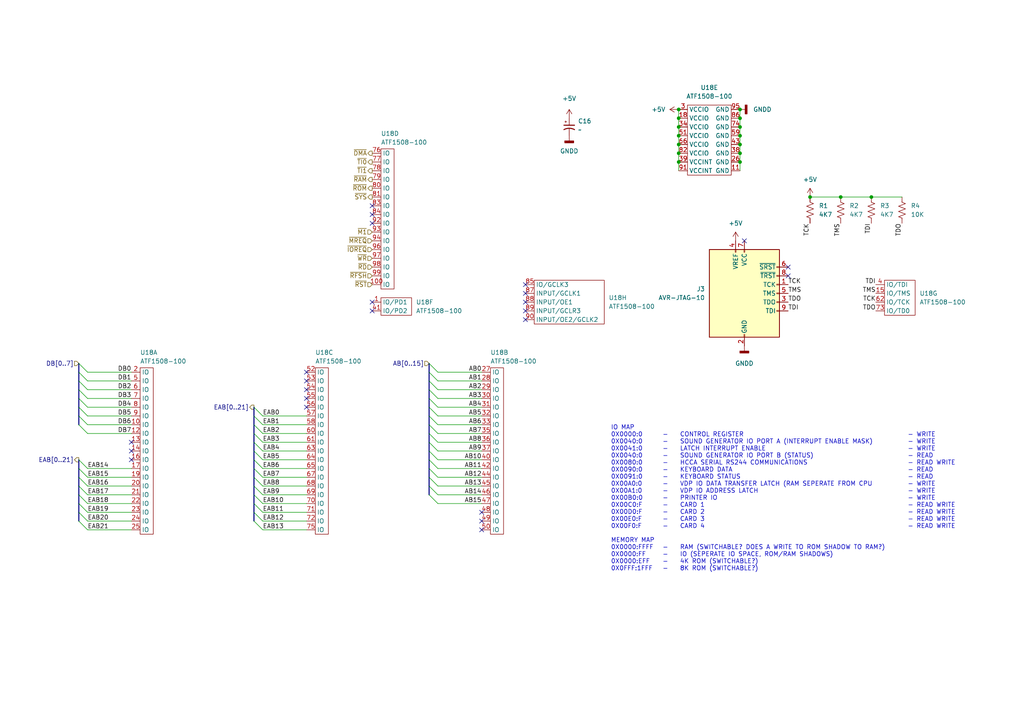
<source format=kicad_sch>
(kicad_sch (version 20211123) (generator eeschema)
  (paper "A4")
  (title_block (title "Z80 CPU INTERPOSER IO AND MEMORY ADDRESS DECODE") (date "2022-10-21") (rev "1030211022") (company "LISTOFOPTIONS") (comment 2 "IO 0X00F0:8 - TIMERS") (comment 3 "IO 0X00F8:4 - DMA CHANNEL PORTS") (comment 4 "IO 0X00FC:4 - MAPPER PORTS"))
  (lib_symbols
    (symbol "ATF150x:ATF1508-100"
      (property "Reference" "U" (at 15.24 1.27 0))
      (property "Value" "ATF1508-100" (at 6.35 1.27 0))
      (symbol "ATF1508-100_1_1"
        (rectangle (start 0 0) (end 3.81 -48.26))
        (pin bidirectional line (at -2.54 -16.51 0) (length 2.54) (name "IO") (number "10"))
        (pin bidirectional line (at -2.54 -19.05 0) (length 2.54) (name "IO") (number "12"))
        (pin bidirectional line (at -2.54 -21.59 0) (length 2.54) (name "IO") (number "13"))
        (pin bidirectional line (at -2.54 -24.13 0) (length 2.54) (name "IO") (number "14"))
        (pin bidirectional line (at -2.54 -26.67 0) (length 2.54) (name "IO") (number "16"))
        (pin bidirectional line (at -2.54 -29.21 0) (length 2.54) (name "IO") (number "17"))
        (pin bidirectional line (at -2.54 -31.75 0) (length 2.54) (name "IO") (number "19"))
        (pin bidirectional line (at -2.54 -1.27 0) (length 2.54) (name "IO") (number "2"))
        (pin bidirectional line (at -2.54 -34.29 0) (length 2.54) (name "IO") (number "20"))
        (pin bidirectional line (at -2.54 -36.83 0) (length 2.54) (name "IO") (number "21"))
        (pin bidirectional line (at -2.54 -39.37 0) (length 2.54) (name "IO") (number "22"))
        (pin bidirectional line (at -2.54 -41.91 0) (length 2.54) (name "IO") (number "23"))
        (pin bidirectional line (at -2.54 -44.45 0) (length 2.54) (name "IO") (number "24"))
        (pin bidirectional line (at -2.54 -46.99 0) (length 2.54) (name "IO") (number "25"))
        (pin bidirectional line (at -2.54 -3.81 0) (length 2.54) (name "IO") (number "5"))
        (pin bidirectional line (at -2.54 -6.35 0) (length 2.54) (name "IO") (number "6"))
        (pin bidirectional line (at -2.54 -8.89 0) (length 2.54) (name "IO") (number "7"))
        (pin bidirectional line (at -2.54 -11.43 0) (length 2.54) (name "IO") (number "8"))
        (pin bidirectional line (at -2.54 -13.97 0) (length 2.54) (name "IO") (number "9"))
      )
      (symbol "ATF1508-100_2_1"
        (rectangle (start 0 0) (end 3.81 -48.26))
        (pin bidirectional line (at -2.54 -1.27 0) (length 2.54) (name "IO") (number "27"))
        (pin bidirectional line (at -2.54 -3.81 0) (length 2.54) (name "IO") (number "28"))
        (pin bidirectional line (at -2.54 -6.35 0) (length 2.54) (name "IO") (number "29"))
        (pin bidirectional line (at -2.54 -8.89 0) (length 2.54) (name "IO") (number "30"))
        (pin bidirectional line (at -2.54 -11.43 0) (length 2.54) (name "IO") (number "31"))
        (pin bidirectional line (at -2.54 -13.97 0) (length 2.54) (name "IO") (number "32"))
        (pin bidirectional line (at -2.54 -16.51 0) (length 2.54) (name "IO") (number "33"))
        (pin bidirectional line (at -2.54 -19.05 0) (length 2.54) (name "IO") (number "35"))
        (pin bidirectional line (at -2.54 -21.59 0) (length 2.54) (name "IO") (number "36"))
        (pin bidirectional line (at -2.54 -24.13 0) (length 2.54) (name "IO") (number "37"))
        (pin bidirectional line (at -2.54 -26.67 0) (length 2.54) (name "IO") (number "40"))
        (pin bidirectional line (at -2.54 -29.21 0) (length 2.54) (name "IO") (number "42"))
        (pin bidirectional line (at -2.54 -31.75 0) (length 2.54) (name "IO") (number "44"))
        (pin bidirectional line (at -2.54 -34.29 0) (length 2.54) (name "IO") (number "45"))
        (pin bidirectional line (at -2.54 -36.83 0) (length 2.54) (name "IO") (number "46"))
        (pin bidirectional line (at -2.54 -39.37 0) (length 2.54) (name "IO") (number "47"))
        (pin bidirectional line (at -2.54 -41.91 0) (length 2.54) (name "IO") (number "48"))
        (pin bidirectional line (at -2.54 -44.45 0) (length 2.54) (name "IO") (number "49"))
        (pin bidirectional line (at -2.54 -46.99 0) (length 2.54) (name "IO") (number "50"))
      )
      (symbol "ATF1508-100_3_1"
        (rectangle (start 0 0) (end 3.81 -48.26))
        (pin bidirectional line (at -2.54 -1.27 0) (length 2.54) (name "IO") (number "52"))
        (pin bidirectional line (at -2.54 -3.81 0) (length 2.54) (name "IO") (number "53"))
        (pin bidirectional line (at -2.54 -6.35 0) (length 2.54) (name "IO") (number "54"))
        (pin bidirectional line (at -2.54 -8.89 0) (length 2.54) (name "IO") (number "55"))
        (pin bidirectional line (at -2.54 -11.43 0) (length 2.54) (name "IO") (number "56"))
        (pin bidirectional line (at -2.54 -13.97 0) (length 2.54) (name "IO") (number "57"))
        (pin bidirectional line (at -2.54 -16.51 0) (length 2.54) (name "IO") (number "58"))
        (pin bidirectional line (at -2.54 -19.05 0) (length 2.54) (name "IO") (number "60"))
        (pin bidirectional line (at -2.54 -21.59 0) (length 2.54) (name "IO") (number "61"))
        (pin bidirectional line (at -2.54 -24.13 0) (length 2.54) (name "IO") (number "63"))
        (pin bidirectional line (at -2.54 -26.67 0) (length 2.54) (name "IO") (number "64"))
        (pin bidirectional line (at -2.54 -29.21 0) (length 2.54) (name "IO") (number "65"))
        (pin bidirectional line (at -2.54 -31.75 0) (length 2.54) (name "IO") (number "67"))
        (pin bidirectional line (at -2.54 -34.29 0) (length 2.54) (name "IO") (number "68"))
        (pin bidirectional line (at -2.54 -36.83 0) (length 2.54) (name "IO") (number "69"))
        (pin bidirectional line (at -2.54 -39.37 0) (length 2.54) (name "IO") (number "70"))
        (pin bidirectional line (at -2.54 -41.91 0) (length 2.54) (name "IO") (number "71"))
        (pin bidirectional line (at -2.54 -44.45 0) (length 2.54) (name "IO") (number "72"))
        (pin bidirectional line (at -2.54 -46.99 0) (length 2.54) (name "IO") (number "75"))
      )
      (symbol "ATF1508-100_4_1"
        (rectangle (start 0 0) (end 3.81 -40.64))
        (pin bidirectional line (at -2.54 -39.37 0) (length 2.54) (name "IO") (number "100"))
        (pin bidirectional line (at -2.54 -1.27 0) (length 2.54) (name "IO") (number "76"))
        (pin bidirectional line (at -2.54 -3.81 0) (length 2.54) (name "IO") (number "77"))
        (pin bidirectional line (at -2.54 -6.35 0) (length 2.54) (name "IO") (number "78"))
        (pin bidirectional line (at -2.54 -8.89 0) (length 2.54) (name "IO") (number "79"))
        (pin bidirectional line (at -2.54 -11.43 0) (length 2.54) (name "IO") (number "80"))
        (pin bidirectional line (at -2.54 -13.97 0) (length 2.54) (name "IO") (number "81"))
        (pin bidirectional line (at -2.54 -16.51 0) (length 2.54) (name "IO") (number "83"))
        (pin bidirectional line (at -2.54 -19.05 0) (length 2.54) (name "IO") (number "84"))
        (pin bidirectional line (at -2.54 -21.59 0) (length 2.54) (name "IO") (number "92"))
        (pin bidirectional line (at -2.54 -24.13 0) (length 2.54) (name "IO") (number "93"))
        (pin bidirectional line (at -2.54 -26.67 0) (length 2.54) (name "IO") (number "94"))
        (pin bidirectional line (at -2.54 -29.21 0) (length 2.54) (name "IO") (number "96"))
        (pin bidirectional line (at -2.54 -31.75 0) (length 2.54) (name "IO") (number "97"))
        (pin bidirectional line (at -2.54 -34.29 0) (length 2.54) (name "IO") (number "98"))
        (pin bidirectional line (at -2.54 -36.83 0) (length 2.54) (name "IO") (number "99"))
      )
      (symbol "ATF1508-100_5_1"
        (rectangle (start 0 -20.32) (end 12.7 0))
        (pin power_out line (at 15.24 -19.05 180) (length 2.54) (name "GND") (number "11"))
        (pin power_in line (at -2.54 -3.81 0) (length 2.54) (name "VCCIO") (number "18"))
        (pin power_out line (at 15.24 -16.51 180) (length 2.54) (name "GND") (number "26"))
        (pin power_in line (at -2.54 -1.27 0) (length 2.54) (name "VCCIO") (number "3"))
        (pin power_in line (at -2.54 -6.35 0) (length 2.54) (name "VCCIO") (number "34"))
        (pin power_out line (at 15.24 -13.97 180) (length 2.54) (name "GND") (number "38"))
        (pin power_in line (at -2.54 -16.51 0) (length 2.54) (name "VCCINT") (number "39"))
        (pin power_out line (at 15.24 -11.43 180) (length 2.54) (name "GND") (number "43"))
        (pin power_in line (at -2.54 -8.89 0) (length 2.54) (name "VCCIO") (number "51"))
        (pin power_out line (at 15.24 -8.89 180) (length 2.54) (name "GND") (number "59"))
        (pin power_in line (at -2.54 -11.43 0) (length 2.54) (name "VCCIO") (number "66"))
        (pin power_out line (at 15.24 -6.35 180) (length 2.54) (name "GND") (number "74"))
        (pin power_in line (at -2.54 -13.97 0) (length 2.54) (name "VCCIO") (number "82"))
        (pin power_out line (at 15.24 -3.81 180) (length 2.54) (name "GND") (number "86"))
        (pin power_in line (at -2.54 -19.05 0) (length 2.54) (name "VCCINT") (number "91"))
        (pin power_out line (at 15.24 -1.27 180) (length 2.54) (name "GND") (number "95"))
      )
      (symbol "ATF1508-100_6_1"
        (rectangle (start 0 0) (end 8.89 -5.08))
        (pin bidirectional line (at -2.54 -1.27 0) (length 2.54) (name "IO/PD1") (number "1"))
        (pin bidirectional line (at -2.54 -3.81 0) (length 2.54) (name "IO/PD2") (number "41"))
      )
      (symbol "ATF1508-100_7_1"
        (rectangle (start 0 0) (end 8.89 -10.16))
        (pin bidirectional line (at -2.54 -3.81 0) (length 2.54) (name "IO/TMS") (number "15"))
        (pin bidirectional line (at -2.54 -1.27 0) (length 2.54) (name "IO/TDI") (number "4"))
        (pin bidirectional line (at -2.54 -6.35 0) (length 2.54) (name "IO/TCK") (number "62"))
        (pin bidirectional line (at -2.54 -8.89 0) (length 2.54) (name "IO/TD0") (number "73"))
      )
      (symbol "ATF1508-100_8_1"
        (rectangle (start 0 0) (end 20.32 -12.7))
        (pin bidirectional line (at -2.54 -1.27 0) (length 2.54) (name "IO/GCLK3") (number "85"))
        (pin input line (at -2.54 -3.81 0) (length 2.54) (name "INPUT/GCLK1") (number "87"))
        (pin input line (at -2.54 -6.35 0) (length 2.54) (name "INPUT/OE1") (number "88"))
        (pin input line (at -2.54 -8.89 0) (length 2.54) (name "INPUT/GCLR3") (number "89"))
        (pin input line (at -2.54 -11.43 0) (length 2.54) (name "INPUT/OE2/GCLK2") (number "90"))
      )
    )
    (symbol "Connector:AVR-JTAG-10" (pin_names (offset 1.016))
      (property "Reference" "J" (at -8.89 13.97 0))
      (property "Value" "AVR-JTAG-10" (at 1.27 13.97 0))
      (symbol "AVR-JTAG-10_0_1"
        (rectangle (start -2.667 12.7) (end -2.413 11.938))
        (rectangle (start -0.127 -11.938) (end 0.127 -12.7))
        (rectangle (start -0.127 12.7) (end 0.127 11.938))
        (rectangle (start 10.16 -4.953) (end 9.398 -5.207))
        (rectangle (start 10.16 -2.413) (end 9.398 -2.667))
        (rectangle (start 10.16 0.127) (end 9.398 -0.127))
        (rectangle (start 10.16 2.667) (end 9.398 2.413))
        (rectangle (start 10.16 5.207) (end 9.398 4.953))
        (rectangle (start 10.16 7.747) (end 9.398 7.493))
        (rectangle (start 10.16 12.7) (end -10.16 -12.7) (stroke (width 0.254)) (fill (type background)))
      )
      (symbol "AVR-JTAG-10_1_1"
        (pin passive line (at 12.7 2.54 180) (length 2.54) (name "TCK") (number "1"))
        (pin passive line (at 0 -15.24 90) (length 2.54) hide (name "GND") (number "10"))
        (pin passive line (at 0 -15.24 90) (length 2.54) (name "GND") (number "2"))
        (pin passive line (at 12.7 -2.54 180) (length 2.54) (name "TDO") (number "3"))
        (pin passive line (at -2.54 15.24 270) (length 2.54) (name "VREF") (number "4"))
        (pin passive line (at 12.7 0 180) (length 2.54) (name "TMS") (number "5"))
        (pin passive line (at 12.7 7.62 180) (length 2.54) (name "~{SRST}") (number "6"))
        (pin passive line (at 0 15.24 270) (length 2.54) (name "VCC") (number "7"))
        (pin passive line (at 12.7 5.08 180) (length 2.54) (name "~{TRST}") (number "8"))
        (pin passive line (at 12.7 -5.08 180) (length 2.54) (name "TDI") (number "9"))
      )
    )
    (symbol "Device:C_Polarized_Small_US" (pin_numbers hide) (pin_names (offset 0.254) hide)
      (property "Reference" "C" (at 0.254 1.778 0))
      (property "Value" "C_Polarized_Small_US" (at 0.254 -2.032 0))
      (symbol "C_Polarized_Small_US_0_1"
        (polyline (pts (xy -1.524 0.508) (xy 1.524 0.508)) (stroke (width 0.3048)))
        (polyline (pts (xy -1.27 1.524) (xy -0.762 1.524)))
        (polyline (pts (xy -1.016 1.27) (xy -1.016 1.778)))
        (arc (start 1.524 -0.762) (mid 0 -0.3734) (end -1.524 -0.762) (stroke (width 0.3048)))
      )
      (symbol "C_Polarized_Small_US_1_1"
        (pin passive line (at 0 2.54 270) (length 2.032) (name "~") (number "1"))
        (pin passive line (at 0 -2.54 90) (length 2.032) (name "~") (number "2"))
      )
    )
    (symbol "Device:R_US" (pin_numbers hide) (pin_names (offset 0))
      (property "Reference" "R" (at 2.54 0 90))
      (property "Value" "R_US" (at -2.54 0 90))
      (symbol "R_US_0_1"
        (polyline (pts (xy 0 -2.286) (xy 0 -2.54)))
        (polyline (pts (xy 0 2.286) (xy 0 2.54)))
        (polyline (pts (xy 0 -0.762) (xy 1.016 -1.143) (xy 0 -1.524) (xy -1.016 -1.905) (xy 0 -2.286)))
        (polyline (pts (xy 0 0.762) (xy 1.016 0.381) (xy 0 0) (xy -1.016 -0.381) (xy 0 -0.762)))
        (polyline (pts (xy 0 2.286) (xy 1.016 1.905) (xy 0 1.524) (xy -1.016 1.143) (xy 0 0.762)))
      )
      (symbol "R_US_1_1"
        (pin passive line (at 0 3.81 270) (length 1.27) (name "~") (number "1"))
        (pin passive line (at 0 -3.81 90) (length 1.27) (name "~") (number "2"))
      )
    )
    (symbol "power:+5V" (power) (pin_names (offset 0))
      (property "Value" "+5V" (at 0 3.556 0))
      (symbol "+5V_0_1"
        (polyline (pts (xy -0.762 1.27) (xy 0 2.54)))
        (polyline (pts (xy 0 0) (xy 0 2.54)))
        (polyline (pts (xy 0 2.54) (xy 0.762 1.27)))
      )
      (symbol "+5V_1_1"
        (pin power_in line (at 0 0 90) (length 0) hide (name "+5V") (number "1"))
      )
    )
    (symbol "power:GNDD" (power) (pin_names (offset 0))
      (property "Value" "GNDD" (at 0 -3.175 0))
      (symbol "GNDD_0_1"
        (rectangle (start -1.27 -1.524) (end 1.27 -2.032) (stroke (width 0.254)) (fill (type outline)))
        (polyline (pts (xy 0 0) (xy 0 -1.524)))
      )
      (symbol "GNDD_1_1"
        (pin power_in line (at 0 0 270) (length 0) hide (name "GNDD") (number "1"))
      )
    )
  )
  (junction (at 196.85 31.75))
  (junction (at 214.63 44.45))
  (junction (at 196.85 44.45))
  (junction (at 214.63 39.37))
  (junction (at 234.95 57.15))
  (junction (at 214.63 46.99))
  (junction (at 243.84 57.15))
  (junction (at 196.85 34.29))
  (junction (at 196.85 36.83))
  (junction (at 214.63 31.75))
  (junction (at 214.63 41.91))
  (junction (at 196.85 39.37))
  (junction (at 252.73 57.15))
  (junction (at 214.63 34.29))
  (junction (at 214.63 36.83))
  (junction (at 196.85 46.99))
  (junction (at 196.85 41.91))
  (no_connect (at 152.4 92.71))
  (no_connect (at 228.6 77.47))
  (no_connect (at 88.9 110.49))
  (no_connect (at 107.95 64.77))
  (no_connect (at 88.9 115.57))
  (no_connect (at 228.6 80.01))
  (no_connect (at 152.4 87.63))
  (no_connect (at 38.1 133.35))
  (no_connect (at 38.1 130.81))
  (no_connect (at 139.7 151.13))
  (no_connect (at 88.9 118.11))
  (no_connect (at 88.9 107.95))
  (no_connect (at 152.4 85.09))
  (no_connect (at 215.9 69.85))
  (no_connect (at 152.4 90.17))
  (no_connect (at 107.95 59.69))
  (no_connect (at 139.7 148.59))
  (no_connect (at 107.95 62.23))
  (no_connect (at 38.1 128.27))
  (no_connect (at 139.7 153.67))
  (no_connect (at 88.9 113.03))
  (no_connect (at 107.95 87.63))
  (no_connect (at 107.95 90.17))
  (no_connect (at 152.4 82.55))
  (bus_entry (at 124.46 128.27) (size 2.54 2.54))
  (bus_entry (at 22.86 151.13) (size 2.54 2.54))
  (bus_entry (at 22.86 148.59) (size 2.54 2.54))
  (bus_entry (at 22.86 118.11) (size 2.54 2.54))
  (bus_entry (at 124.46 123.19) (size 2.54 2.54))
  (bus_entry (at 124.46 105.41) (size 2.54 2.54))
  (bus_entry (at 22.86 105.41) (size 2.54 2.54))
  (bus_entry (at 73.66 123.19) (size 2.54 2.54))
  (bus_entry (at 73.66 128.27) (size 2.54 2.54))
  (bus_entry (at 22.86 120.65) (size 2.54 2.54))
  (bus_entry (at 73.66 120.65) (size 2.54 2.54))
  (bus_entry (at 124.46 120.65) (size 2.54 2.54))
  (bus_entry (at 124.46 135.89) (size 2.54 2.54))
  (bus_entry (at 22.86 138.43) (size 2.54 2.54))
  (bus_entry (at 22.86 110.49) (size 2.54 2.54))
  (bus_entry (at 73.66 151.13) (size 2.54 2.54))
  (bus_entry (at 73.66 135.89) (size 2.54 2.54))
  (bus_entry (at 124.46 113.03) (size 2.54 2.54))
  (bus_entry (at 22.86 123.19) (size 2.54 2.54))
  (bus_entry (at 73.66 140.97) (size 2.54 2.54))
  (bus_entry (at 73.66 143.51) (size 2.54 2.54))
  (bus_entry (at 22.86 115.57) (size 2.54 2.54))
  (bus_entry (at 22.86 143.51) (size 2.54 2.54))
  (bus_entry (at 124.46 125.73) (size 2.54 2.54))
  (bus_entry (at 124.46 140.97) (size 2.54 2.54))
  (bus_entry (at 73.66 130.81) (size 2.54 2.54))
  (bus_entry (at 22.86 107.95) (size 2.54 2.54))
  (bus_entry (at 22.86 135.89) (size 2.54 2.54))
  (bus_entry (at 22.86 133.35) (size 2.54 2.54))
  (bus_entry (at 22.86 146.05) (size 2.54 2.54))
  (bus_entry (at 73.66 148.59) (size 2.54 2.54))
  (bus_entry (at 73.66 125.73) (size 2.54 2.54))
  (bus_entry (at 22.86 140.97) (size 2.54 2.54))
  (bus_entry (at 124.46 130.81) (size 2.54 2.54))
  (bus_entry (at 124.46 110.49) (size 2.54 2.54))
  (bus_entry (at 124.46 133.35) (size 2.54 2.54))
  (bus_entry (at 73.66 146.05) (size 2.54 2.54))
  (bus_entry (at 73.66 138.43) (size 2.54 2.54))
  (bus_entry (at 124.46 118.11) (size 2.54 2.54))
  (bus_entry (at 124.46 138.43) (size 2.54 2.54))
  (bus_entry (at 124.46 107.95) (size 2.54 2.54))
  (bus_entry (at 73.66 133.35) (size 2.54 2.54))
  (bus_entry (at 124.46 143.51) (size 2.54 2.54))
  (bus_entry (at 124.46 115.57) (size 2.54 2.54))
  (bus_entry (at 73.66 118.11) (size 2.54 2.54))
  (bus_entry (at 22.86 113.03) (size 2.54 2.54))
  (wire (pts (xy 38.1 120.65) (xy 25.4 120.65)))
  (bus (pts (xy 73.66 130.81) (xy 73.66 133.35)))
  (wire (pts (xy 196.85 34.29) (xy 196.85 36.83)))
  (wire (pts (xy 214.63 41.91) (xy 214.63 44.45)))
  (bus (pts (xy 22.86 148.59) (xy 22.86 151.13)))
  (bus (pts (xy 22.86 105.41) (xy 22.86 107.95)))
  (wire (pts (xy 38.1 123.19) (xy 25.4 123.19)))
  (bus (pts (xy 124.46 107.95) (xy 124.46 110.49)))
  (wire (pts (xy 38.1 115.57) (xy 25.4 115.57)))
  (wire (pts (xy 139.7 140.97) (xy 127 140.97)))
  (wire (pts (xy 196.85 36.83) (xy 196.85 39.37)))
  (wire (pts (xy 214.63 31.75) (xy 214.63 34.29)))
  (wire (pts (xy 88.9 120.65) (xy 76.2 120.65)))
  (wire (pts (xy 196.85 44.45) (xy 196.85 46.99)))
  (bus (pts (xy 22.86 118.11) (xy 22.86 120.65)))
  (wire (pts (xy 38.1 148.59) (xy 25.4 148.59)))
  (bus (pts (xy 73.66 118.11) (xy 73.66 120.65)))
  (wire (pts (xy 139.7 107.95) (xy 127 107.95)))
  (wire (pts (xy 243.84 57.15) (xy 252.73 57.15)))
  (bus (pts (xy 22.86 113.03) (xy 22.86 115.57)))
  (wire (pts (xy 139.7 120.65) (xy 127 120.65)))
  (wire (pts (xy 88.9 138.43) (xy 76.2 138.43)))
  (bus (pts (xy 73.66 140.97) (xy 73.66 143.51)))
  (wire (pts (xy 139.7 125.73) (xy 127 125.73)))
  (wire (pts (xy 139.7 143.51) (xy 127 143.51)))
  (wire (pts (xy 139.7 113.03) (xy 127 113.03)))
  (bus (pts (xy 124.46 140.97) (xy 124.46 143.51)))
  (wire (pts (xy 88.9 146.05) (xy 76.2 146.05)))
  (wire (pts (xy 88.9 128.27) (xy 76.2 128.27)))
  (bus (pts (xy 22.86 140.97) (xy 22.86 143.51)))
  (wire (pts (xy 38.1 151.13) (xy 25.4 151.13)))
  (wire (pts (xy 38.1 135.89) (xy 25.4 135.89)))
  (wire (pts (xy 214.63 34.29) (xy 214.63 36.83)))
  (bus (pts (xy 124.46 118.11) (xy 124.46 120.65)))
  (bus (pts (xy 124.46 128.27) (xy 124.46 130.81)))
  (bus (pts (xy 124.46 105.41) (xy 124.46 107.95)))
  (wire (pts (xy 196.85 46.99) (xy 196.85 49.53)))
  (bus (pts (xy 124.46 115.57) (xy 124.46 118.11)))
  (wire (pts (xy 38.1 153.67) (xy 25.4 153.67)))
  (wire (pts (xy 38.1 110.49) (xy 25.4 110.49)))
  (bus (pts (xy 73.66 148.59) (xy 73.66 151.13)))
  (wire (pts (xy 88.9 153.67) (xy 76.2 153.67)))
  (wire (pts (xy 88.9 140.97) (xy 76.2 140.97)))
  (wire (pts (xy 88.9 125.73) (xy 76.2 125.73)))
  (bus (pts (xy 73.66 146.05) (xy 73.66 148.59)))
  (bus (pts (xy 22.86 135.89) (xy 22.86 138.43)))
  (wire (pts (xy 214.63 36.83) (xy 214.63 39.37)))
  (bus (pts (xy 22.86 115.57) (xy 22.86 118.11)))
  (bus (pts (xy 124.46 135.89) (xy 124.46 138.43)))
  (bus (pts (xy 124.46 125.73) (xy 124.46 128.27)))
  (bus (pts (xy 73.66 123.19) (xy 73.66 125.73)))
  (wire (pts (xy 38.1 146.05) (xy 25.4 146.05)))
  (wire (pts (xy 196.85 31.75) (xy 196.85 34.29)))
  (bus (pts (xy 22.86 110.49) (xy 22.86 113.03)))
  (wire (pts (xy 139.7 118.11) (xy 127 118.11)))
  (wire (pts (xy 196.85 39.37) (xy 196.85 41.91)))
  (wire (pts (xy 88.9 130.81) (xy 76.2 130.81)))
  (wire (pts (xy 88.9 148.59) (xy 76.2 148.59)))
  (bus (pts (xy 73.66 138.43) (xy 73.66 140.97)))
  (bus (pts (xy 124.46 133.35) (xy 124.46 135.89)))
  (bus (pts (xy 124.46 138.43) (xy 124.46 140.97)))
  (bus (pts (xy 22.86 107.95) (xy 22.86 110.49)))
  (bus (pts (xy 73.66 133.35) (xy 73.66 135.89)))
  (bus (pts (xy 73.66 143.51) (xy 73.66 146.05)))
  (wire (pts (xy 38.1 118.11) (xy 25.4 118.11)))
  (bus (pts (xy 124.46 130.81) (xy 124.46 133.35)))
  (wire (pts (xy 196.85 41.91) (xy 196.85 44.45)))
  (wire (pts (xy 139.7 110.49) (xy 127 110.49)))
  (bus (pts (xy 73.66 125.73) (xy 73.66 128.27)))
  (wire (pts (xy 88.9 135.89) (xy 76.2 135.89)))
  (bus (pts (xy 73.66 128.27) (xy 73.66 130.81)))
  (bus (pts (xy 73.66 135.89) (xy 73.66 138.43)))
  (wire (pts (xy 252.73 57.15) (xy 261.62 57.15)))
  (wire (pts (xy 88.9 151.13) (xy 76.2 151.13)))
  (wire (pts (xy 139.7 130.81) (xy 127 130.81)))
  (wire (pts (xy 38.1 138.43) (xy 25.4 138.43)))
  (bus (pts (xy 22.86 143.51) (xy 22.86 146.05)))
  (wire (pts (xy 139.7 146.05) (xy 127 146.05)))
  (wire (pts (xy 88.9 133.35) (xy 76.2 133.35)))
  (wire (pts (xy 38.1 140.97) (xy 25.4 140.97)))
  (wire (pts (xy 139.7 115.57) (xy 127 115.57)))
  (wire (pts (xy 214.63 39.37) (xy 214.63 41.91)))
  (wire (pts (xy 214.63 46.99) (xy 214.63 49.53)))
  (wire (pts (xy 139.7 135.89) (xy 127 135.89)))
  (bus (pts (xy 124.46 123.19) (xy 124.46 125.73)))
  (wire (pts (xy 38.1 113.03) (xy 25.4 113.03)))
  (bus (pts (xy 124.46 110.49) (xy 124.46 113.03)))
  (wire (pts (xy 38.1 107.95) (xy 25.4 107.95)))
  (wire (pts (xy 139.7 133.35) (xy 127 133.35)))
  (wire (pts (xy 88.9 143.51) (xy 76.2 143.51)))
  (bus (pts (xy 124.46 120.65) (xy 124.46 123.19)))
  (wire (pts (xy 38.1 125.73) (xy 25.4 125.73)))
  (wire (pts (xy 139.7 138.43) (xy 127 138.43)))
  (bus (pts (xy 22.86 146.05) (xy 22.86 148.59)))
  (wire (pts (xy 214.63 44.45) (xy 214.63 46.99)))
  (bus (pts (xy 22.86 133.35) (xy 22.86 135.89)))
  (wire (pts (xy 139.7 128.27) (xy 127 128.27)))
  (bus (pts (xy 22.86 138.43) (xy 22.86 140.97)))
  (wire (pts (xy 139.7 123.19) (xy 127 123.19)))
  (bus (pts (xy 124.46 113.03) (xy 124.46 115.57)))
  (wire (pts (xy 234.95 57.15) (xy 243.84 57.15)))
  (wire (pts (xy 38.1 143.51) (xy 25.4 143.51)))
  (bus (pts (xy 73.66 120.65) (xy 73.66 123.19)))
  (wire (pts (xy 88.9 123.19) (xy 76.2 123.19)))
  (bus (pts (xy 22.86 120.65) (xy 22.86 123.19)))
  (text "IO MAP\n0X0000:0	-	CONTROL REGISTER									- WRITE \n0X0040:0	-	SOUND GENERATOR IO PORT A (INTERRUPT ENABLE MASK)	- WRITE\n0X0041:0	-	LATCH INTERRUPT ENABLE								- WRITE\n0X0040:0	-	SOUND GENERATOR IO PORT B (STATUS)					- READ\n0X0080:0	-	HCCA SERIAL RS244 COMMUNICATIONS					- READ WRITE\n0X0090:0	-	KEYBOARD DATA										- READ\n0X0091:0	-	KEYBOARD STATUS										- READ\n0X00A0:0	-	VDP IO DATA TRANSFER LATCH (RAM SEPERATE FROM CPU	- WRITE\n0X00A1:0	-	VDP IO ADDRESS LATCH								- WRITE\n0X00B0:0	-	PRINTER IO											- WRITE\n0X00C0:F	-	CARD 1												- READ WRITE\n0X00D0:F	-	CARD 2												- READ WRITE\n0X00E0:F	-	CARD 3												- READ WRITE\n0X00F0:F	-	CARD 4 												- READ WRITE\n\nMEMORY MAP\n0X0000:FFFF	-	RAM (SWITCHABLE? DOES A WRITE TO ROM SHADOW TO RAM?)\n0X0000:FF	-	IO (SEPERATE IO SPACE, ROM/RAM SHADOWS)\n0X0000:EFF	-	4K ROM (SWITCHABLE?)\n0X0FFF:1FFF	-	8K ROM (SWITCHABLE?)" (at 177.165 165.735 0) (effects (font (size 1.27 1.27)) (justify left bottom)))
  (label "EAB10" (at 76.2 146.05 0))
  (label "TDI" (at 252.73 64.77 270))
  (label "AB2" (at 139.7 113.03 180))
  (label "DB1" (at 38.1 110.49 180))
  (label "DB3" (at 38.1 115.57 180))
  (label "EAB21" (at 25.4 153.67 0))
  (label "TDO" (at 254 90.17 180))
  (label "AB14" (at 139.7 143.51 180))
  (label "EAB16" (at 25.4 140.97 0))
  (label "AB4" (at 139.7 118.11 180))
  (label "AB1" (at 139.7 110.49 180))
  (label "TMS" (at 243.84 64.77 270))
  (label "DB5" (at 38.1 120.65 180))
  (label "EAB2" (at 76.2 125.73 0))
  (label "AB13" (at 139.7 140.97 180))
  (label "DB0" (at 38.1 107.95 180))
  (label "DB4" (at 38.1 118.11 180))
  (label "TCK" (at 228.6 82.55 0))
  (label "EAB0" (at 76.2 120.65 0))
  (label "EAB17" (at 25.4 143.51 0))
  (label "AB5" (at 139.7 120.65 180))
  (label "EAB4" (at 76.2 130.81 0))
  (label "TDI" (at 254 82.55 180))
  (label "DB2" (at 38.1 113.03 180))
  (label "EAB12" (at 76.2 151.13 0))
  (label "DB6" (at 38.1 123.19 180))
  (label "AB3" (at 139.7 115.57 180))
  (label "AB10" (at 139.7 133.35 180))
  (label "DB7" (at 38.1 125.73 180))
  (label "EAB3" (at 76.2 128.27 0))
  (label "EAB9" (at 76.2 143.51 0))
  (label "EAB18" (at 25.4 146.05 0))
  (label "EAB19" (at 25.4 148.59 0))
  (label "EAB5" (at 76.2 133.35 0))
  (label "AB6" (at 139.7 123.19 180))
  (label "TMS" (at 228.6 85.09 0))
  (label "AB9" (at 139.7 130.81 180))
  (label "EAB15" (at 25.4 138.43 0))
  (label "TDI" (at 228.6 90.17 0))
  (label "AB11" (at 139.7 135.89 180))
  (label "TCK" (at 234.95 64.77 270))
  (label "EAB6" (at 76.2 135.89 0))
  (label "EAB8" (at 76.2 140.97 0))
  (label "AB15" (at 139.7 146.05 180))
  (label "EAB11" (at 76.2 148.59 0))
  (label "EAB7" (at 76.2 138.43 0))
  (label "TMS" (at 254 85.09 180))
  (label "TCK" (at 254 87.63 180))
  (label "TDO" (at 261.62 64.77 270))
  (label "TDO" (at 228.6 87.63 0))
  (label "AB0" (at 139.7 107.95 180))
  (label "EAB14" (at 25.4 135.89 0))
  (label "AB7" (at 139.7 125.73 180))
  (label "AB12" (at 139.7 138.43 180))
  (label "EAB13" (at 76.2 153.67 0))
  (label "EAB20" (at 25.4 151.13 0))
  (label "AB8" (at 139.7 128.27 180))
  (label "EAB1" (at 76.2 123.19 0))
  (hierarchical_label "~{SYS}" (shape output) (at 107.95 57.15 180))
  (hierarchical_label "AB[0..15]" (shape input) (at 124.46 105.41 180))
  (hierarchical_label "~{IOREQ}" (shape input) (at 107.95 72.39 180))
  (hierarchical_label "~{RAM}" (shape output) (at 107.95 52.07 180))
  (hierarchical_label "EAB[0..21]" (shape output) (at 22.86 133.35 180))
  (hierarchical_label "~{ROM}" (shape output) (at 107.95 54.61 180))
  (hierarchical_label "EAB[0..21]" (shape output) (at 73.66 118.11 180))
  (hierarchical_label "~{WR}" (shape input) (at 107.95 74.93 180))
  (hierarchical_label "~{TI1}" (shape output) (at 107.95 49.53 180))
  (hierarchical_label "~{RD}" (shape input) (at 107.95 77.47 180))
  (hierarchical_label "~{RFSH}" (shape input) (at 107.95 80.01 180))
  (hierarchical_label "~{RST}" (shape input) (at 107.95 82.55 180))
  (hierarchical_label "~{M1}" (shape input) (at 107.95 67.31 180))
  (hierarchical_label "~{TI0}" (shape output) (at 107.95 46.99 180))
  (hierarchical_label "~{MREQ}" (shape input) (at 107.95 69.85 180))
  (hierarchical_label "~{DMA}" (shape output) (at 107.95 44.45 180))
  (hierarchical_label "DB[0..7]" (shape input) (at 22.86 105.41 180))
  (symbol (lib_id "Device:C_Polarized_Small_US") (at 165.1 36.83 0) (unit 1)
    (property "Reference" "C16" (at 167.64 35.1281 0) (effects (justify left)))
    (property "Value" "~" (at 167.64 37.6681 0) (effects (justify left)))
    (property "Footprint" "Capacitor_Tantalum_SMD:CP_EIA-3528-15_AVX-H" (effects hide))
  )
  (symbol (lib_id "power:+5V") (at 234.95 57.15 0) (unit 1)
    (property "Reference" "#PWR0100" (effects hide))
    (property "Value" "+5V" (at 234.95 52.07 0))
  )
  (symbol (lib_id "Device:R_US") (at 252.73 60.96 0) (unit 1)
    (property "Reference" "R3" (at 255.27 59.6899 0) (effects (justify left)))
    (property "Value" "4K7" (at 255.27 62.2299 0) (effects (justify left)))
    (property "Footprint" "Resistor_SMD:R_0603_1608Metric" (effects hide))
  )
  (symbol (lib_id "ATF150x:ATF1508-100") (at 199.39 30.48 0) (unit 5)
    (property "Reference" "U18" (at 205.74 25.4 0))
    (property "Value" "ATF1508-100" (at 205.74 27.94 0))
    (property "Footprint" "Package_QFP:TQFP-144_16x16mm_P0.4mm" (effects hide))
  )
  (symbol (lib_id "ATF150x:ATF1508-100") (at 142.24 106.68 0) (unit 2)
    (property "Reference" "U18" (at 142.24 102.235 0) (effects (justify left)))
    (property "Value" "ATF1508-100" (at 142.24 104.775 0) (effects (justify left)))
    (property "Footprint" "Package_QFP:TQFP-144_16x16mm_P0.4mm" (effects hide))
  )
  (symbol (lib_id "ATF150x:ATF1508-100") (at 154.94 81.28 0) (unit 8)
    (property "Reference" "U18" (at 176.53 86.3599 0) (effects (justify left)))
    (property "Value" "ATF1508-100" (at 176.53 88.8999 0) (effects (justify left)))
    (property "Footprint" "Package_QFP:TQFP-144_16x16mm_P0.4mm" (effects hide))
  )
  (symbol (lib_id "ATF150x:ATF1508-100") (at 256.54 81.28 0) (unit 7)
    (property "Reference" "U18" (at 266.7 85.0899 0) (effects (justify left)))
    (property "Value" "ATF1508-100" (at 266.7 87.6299 0) (effects (justify left)))
    (property "Footprint" "Package_QFP:TQFP-144_16x16mm_P0.4mm" (effects hide))
  )
  (symbol (lib_id "Device:R_US") (at 234.95 60.96 0) (unit 1)
    (property "Reference" "R1" (at 237.49 59.6899 0) (effects (justify left)))
    (property "Value" "4K7" (at 237.49 62.2299 0) (effects (justify left)))
    (property "Footprint" "Resistor_SMD:R_0603_1608Metric" (effects hide))
  )
  (symbol (lib_id "power:+5V") (at 165.1 34.29 0) (unit 1)
    (property "Reference" "#PWR094" (effects hide))
    (property "Value" "+5V" (at 165.1 28.575 0))
  )
  (symbol (lib_id "power:GNDD") (at 215.9 100.33 0) (unit 1)
    (property "Reference" "#PWR099" (effects hide))
    (property "Value" "GNDD" (at 215.9 105.41 0))
  )
  (symbol (lib_id "Connector:AVR-JTAG-10") (at 215.9 85.09 0) (unit 1)
    (property "Reference" "J3" (at 204.47 83.8199 0) (effects (justify right)))
    (property "Value" "AVR-JTAG-10" (at 204.47 86.3599 0) (effects (justify right)))
    (property "Footprint" "Connector_IDC:IDC-Header_2x05_P2.54mm_Horizontal" (effects hide))
    (property "Datasheet" " ~" (effects hide))
  )
  (symbol (lib_id "power:GNDD") (at 165.1 39.37 0) (unit 1)
    (property "Reference" "#PWR095" (effects hide))
    (property "Value" "GNDD" (at 165.1 43.815 0))
  )
  (symbol (lib_id "power:+5V") (at 213.36 69.85 0) (unit 1)
    (property "Reference" "#PWR097" (effects hide))
    (property "Value" "+5V" (at 213.36 64.77 0))
  )
  (symbol (lib_id "power:+5V") (at 196.85 31.75 90) (unit 1)
    (property "Reference" "#PWR096" (effects hide))
    (property "Value" "+5V" (at 193.04 31.7499 90) (effects (justify left)))
  )
  (symbol (lib_id "ATF150x:ATF1508-100") (at 110.49 86.36 0) (unit 6)
    (property "Reference" "U18" (at 120.65 87.6299 0) (effects (justify left)))
    (property "Value" "ATF1508-100" (at 120.65 90.1699 0) (effects (justify left)))
    (property "Footprint" "Package_QFP:TQFP-144_16x16mm_P0.4mm" (effects hide))
  )
  (symbol (lib_id "Device:R_US") (at 243.84 60.96 0) (unit 1)
    (property "Reference" "R2" (at 246.38 59.6899 0) (effects (justify left)))
    (property "Value" "4K7" (at 246.38 62.2299 0) (effects (justify left)))
    (property "Footprint" "Resistor_SMD:R_0603_1608Metric" (effects hide))
  )
  (symbol (lib_id "Device:R_US") (at 261.62 60.96 0) (unit 1)
    (property "Reference" "R4" (at 264.16 59.6899 0) (effects (justify left)))
    (property "Value" "10K" (at 264.16 62.2299 0) (effects (justify left)))
    (property "Footprint" "Resistor_SMD:R_0603_1608Metric" (effects hide))
  )
  (symbol (lib_id "ATF150x:ATF1508-100") (at 91.44 106.68 0) (unit 3)
    (property "Reference" "U18" (at 91.44 102.235 0) (effects (justify left)))
    (property "Value" "ATF1508-100" (at 91.44 104.775 0) (effects (justify left)))
    (property "Footprint" "Package_QFP:TQFP-144_16x16mm_P0.4mm" (effects hide))
  )
  (symbol (lib_id "power:GNDD") (at 214.63 31.75 90) (unit 1)
    (property "Reference" "#PWR098" (effects hide))
    (property "Value" "GNDD" (at 218.44 31.7499 90) (effects (justify right)))
  )
  (symbol (lib_id "ATF150x:ATF1508-100") (at 40.64 106.68 0) (unit 1)
    (property "Reference" "U18" (at 40.64 102.235 0) (effects (justify left)))
    (property "Value" "ATF1508-100" (at 40.64 104.775 0) (effects (justify left)))
    (property "Footprint" "Package_QFP:TQFP-144_16x16mm_P0.4mm" (effects hide))
  )
  (symbol (lib_id "ATF150x:ATF1508-100") (at 110.49 43.18 0) (unit 4)
    (property "Reference" "U18" (at 110.49 38.735 0) (effects (justify left)))
    (property "Value" "ATF1508-100" (at 110.49 41.275 0) (effects (justify left)))
    (property "Footprint" "Package_QFP:TQFP-144_16x16mm_P0.4mm" (effects hide))
  )
)
</source>
